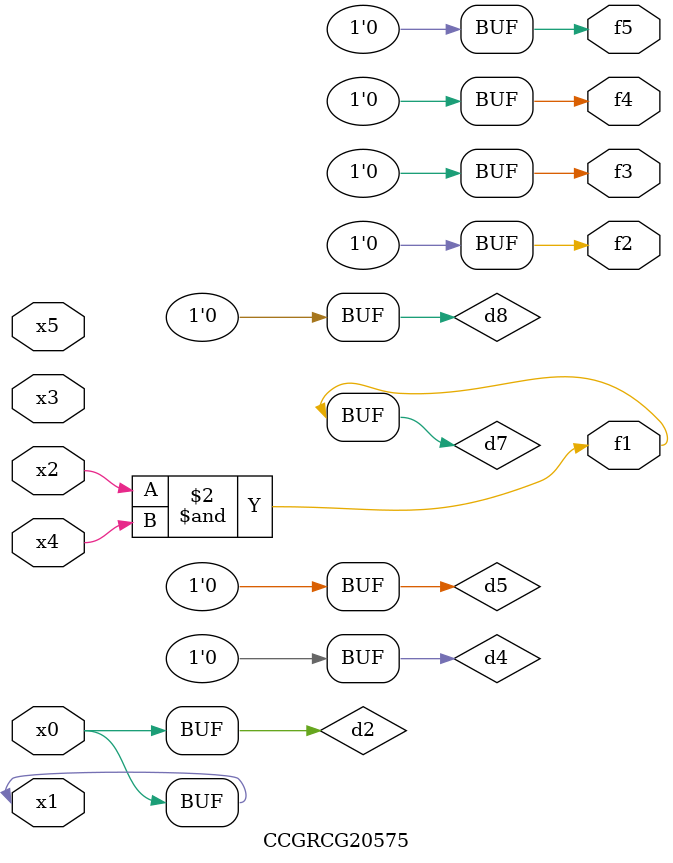
<source format=v>
module CCGRCG20575(
	input x0, x1, x2, x3, x4, x5,
	output f1, f2, f3, f4, f5
);

	wire d1, d2, d3, d4, d5, d6, d7, d8, d9;

	nand (d1, x1);
	buf (d2, x0, x1);
	nand (d3, x2, x4);
	and (d4, d1, d2);
	and (d5, d1, d2);
	nand (d6, d1, d3);
	not (d7, d3);
	xor (d8, d5);
	nor (d9, d5, d6);
	assign f1 = d7;
	assign f2 = d8;
	assign f3 = d8;
	assign f4 = d8;
	assign f5 = d8;
endmodule

</source>
